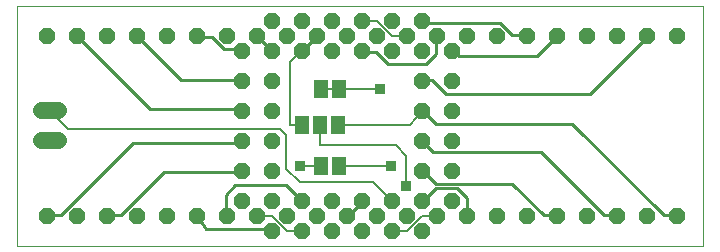
<source format=gbl>
G75*
%MOIN*%
%OFA0B0*%
%FSLAX25Y25*%
%IPPOS*%
%LPD*%
%AMOC8*
5,1,8,0,0,1.08239X$1,22.5*
%
%ADD10C,0.00000*%
%ADD11OC8,0.05200*%
%ADD12C,0.05600*%
%ADD13R,0.04600X0.06300*%
%ADD14C,0.00900*%
%ADD15C,0.00800*%
%ADD16C,0.00600*%
%ADD17R,0.03169X0.03169*%
D10*
X0001000Y0001300D02*
X0001000Y0081261D01*
X0229701Y0081261D01*
X0229701Y0001300D01*
X0001000Y0001300D01*
D11*
X0011000Y0011300D03*
X0021000Y0011300D03*
X0031000Y0011300D03*
X0041000Y0011300D03*
X0051000Y0011300D03*
X0061000Y0011300D03*
X0071000Y0011300D03*
X0081000Y0011300D03*
X0091000Y0011300D03*
X0101000Y0011300D03*
X0111000Y0011300D03*
X0121000Y0011300D03*
X0131000Y0011300D03*
X0141000Y0011300D03*
X0151000Y0011300D03*
X0161000Y0011300D03*
X0171000Y0011300D03*
X0181000Y0011300D03*
X0191000Y0011300D03*
X0201000Y0011300D03*
X0211000Y0011300D03*
X0221000Y0011300D03*
X0146000Y0016300D03*
X0136000Y0016300D03*
X0126000Y0016300D03*
X0116000Y0016300D03*
X0106000Y0016300D03*
X0096000Y0016300D03*
X0086000Y0016300D03*
X0076000Y0016300D03*
X0076000Y0026300D03*
X0086000Y0026300D03*
X0086000Y0036300D03*
X0076000Y0036300D03*
X0076000Y0046300D03*
X0086000Y0046300D03*
X0086000Y0056300D03*
X0076000Y0056300D03*
X0076000Y0066300D03*
X0086000Y0066300D03*
X0096000Y0066300D03*
X0106000Y0066300D03*
X0116000Y0066300D03*
X0126000Y0066300D03*
X0136000Y0066300D03*
X0146000Y0066300D03*
X0141000Y0071300D03*
X0151000Y0071300D03*
X0161000Y0071300D03*
X0171000Y0071300D03*
X0181000Y0071300D03*
X0191000Y0071300D03*
X0201000Y0071300D03*
X0211000Y0071300D03*
X0221000Y0071300D03*
X0146000Y0056300D03*
X0136000Y0056300D03*
X0136000Y0046300D03*
X0146000Y0046300D03*
X0146000Y0036300D03*
X0136000Y0036300D03*
X0136000Y0026300D03*
X0146000Y0026300D03*
X0136000Y0006300D03*
X0126000Y0006300D03*
X0116000Y0006300D03*
X0106000Y0006300D03*
X0096000Y0006300D03*
X0086000Y0006300D03*
X0081000Y0071300D03*
X0091000Y0071300D03*
X0101000Y0071300D03*
X0111000Y0071300D03*
X0121000Y0071300D03*
X0131000Y0071300D03*
X0126000Y0076300D03*
X0116000Y0076300D03*
X0106000Y0076300D03*
X0096000Y0076300D03*
X0086000Y0076300D03*
X0071000Y0071300D03*
X0061000Y0071300D03*
X0051000Y0071300D03*
X0041000Y0071300D03*
X0031000Y0071300D03*
X0021000Y0071300D03*
X0011000Y0071300D03*
X0136000Y0076300D03*
D12*
X0014512Y0046475D02*
X0008913Y0046475D01*
X0008913Y0036475D02*
X0014512Y0036475D01*
D13*
X0095825Y0041475D03*
X0101825Y0041475D03*
X0107825Y0041475D03*
X0108162Y0053712D03*
X0102162Y0053712D03*
X0102162Y0028125D03*
X0108162Y0028125D03*
D14*
X0095650Y0016500D02*
X0090537Y0021625D01*
X0073725Y0021625D01*
X0070525Y0018425D01*
X0070525Y0011700D01*
X0071000Y0011300D01*
X0064000Y0006900D02*
X0061250Y0010900D01*
X0061000Y0011300D01*
X0064000Y0006900D02*
X0085250Y0006900D01*
X0086000Y0006300D01*
X0111000Y0011300D02*
X0111650Y0011700D01*
X0115650Y0015700D01*
X0116000Y0016300D01*
X0136000Y0016300D02*
X0136450Y0016500D01*
X0140450Y0020500D01*
X0147650Y0020500D01*
X0150850Y0017300D01*
X0150850Y0011700D01*
X0151000Y0011300D01*
X0166050Y0022100D02*
X0176450Y0011700D01*
X0180450Y0011700D01*
X0181000Y0011300D01*
X0196450Y0011700D02*
X0175650Y0032500D01*
X0139650Y0032500D01*
X0136450Y0035700D01*
X0136000Y0036300D01*
X0140450Y0042100D02*
X0136450Y0046100D01*
X0136000Y0046300D01*
X0140450Y0042100D02*
X0186050Y0042100D01*
X0216450Y0011700D01*
X0220450Y0011700D01*
X0221000Y0011300D01*
X0201000Y0011300D02*
X0200450Y0011700D01*
X0196450Y0011700D01*
X0166050Y0022100D02*
X0140450Y0022100D01*
X0136450Y0026100D01*
X0136000Y0026300D01*
X0096000Y0016300D02*
X0095650Y0016500D01*
X0076000Y0026300D02*
X0075650Y0026100D01*
X0050050Y0026100D01*
X0035650Y0011700D01*
X0031650Y0011700D01*
X0031000Y0011300D01*
X0015650Y0011700D02*
X0039650Y0035700D01*
X0075650Y0035700D01*
X0076000Y0036300D01*
X0076000Y0046300D02*
X0075650Y0046900D01*
X0045250Y0046900D01*
X0021250Y0070900D01*
X0021000Y0071300D01*
X0041000Y0071300D02*
X0041250Y0070900D01*
X0055650Y0056500D01*
X0075650Y0056500D01*
X0076000Y0056300D01*
X0076000Y0066300D02*
X0075650Y0066900D01*
X0070050Y0066900D01*
X0066050Y0070900D01*
X0061250Y0070900D01*
X0061000Y0071300D01*
X0081000Y0071300D02*
X0081250Y0070900D01*
X0085250Y0066900D01*
X0086000Y0066300D01*
X0096000Y0066300D02*
X0096450Y0066900D01*
X0100450Y0070900D01*
X0101000Y0071300D01*
X0116000Y0066300D02*
X0116450Y0066100D01*
X0120450Y0066100D01*
X0124450Y0062100D01*
X0137250Y0062100D01*
X0140450Y0065300D01*
X0140450Y0070900D01*
X0141000Y0071300D01*
X0136450Y0075700D02*
X0136000Y0076300D01*
X0136450Y0075700D02*
X0162050Y0075700D01*
X0166050Y0071700D01*
X0170850Y0071700D01*
X0171000Y0071300D01*
X0174225Y0064675D02*
X0180450Y0070900D01*
X0181000Y0071300D01*
X0174225Y0064675D02*
X0148275Y0064675D01*
X0146000Y0066300D01*
X0139338Y0056500D02*
X0136450Y0056500D01*
X0136000Y0056300D01*
X0139338Y0056500D02*
X0143825Y0052087D01*
X0192037Y0052087D01*
X0210850Y0070900D01*
X0211000Y0071300D01*
X0015650Y0011700D02*
X0011650Y0011700D01*
X0011000Y0011300D01*
D15*
X0081000Y0011300D02*
X0086000Y0011300D01*
X0086000Y0016300D02*
X0086000Y0016750D01*
X0095150Y0022562D02*
X0119625Y0022562D01*
X0125887Y0016300D01*
X0126000Y0016300D01*
X0130750Y0021450D02*
X0130750Y0031462D01*
X0127412Y0034800D01*
X0101825Y0034800D01*
X0101825Y0041475D01*
X0107825Y0041475D02*
X0131925Y0041475D01*
X0136000Y0046300D01*
X0121850Y0053712D02*
X0108162Y0053712D01*
X0102162Y0053712D01*
X0091812Y0062612D02*
X0095500Y0066300D01*
X0096000Y0066300D01*
X0096262Y0066038D01*
X0091812Y0062612D02*
X0091812Y0041475D01*
X0095825Y0041475D01*
X0090700Y0038138D02*
X0088475Y0040363D01*
X0017825Y0040363D01*
X0011712Y0046475D01*
X0090700Y0038138D02*
X0090700Y0027012D01*
X0095150Y0022562D01*
X0095150Y0028125D02*
X0102162Y0028125D01*
X0108162Y0028125D02*
X0125625Y0028125D01*
X0136000Y0011300D02*
X0141000Y0011300D01*
X0131000Y0006300D02*
X0126000Y0006300D01*
X0096000Y0006300D02*
X0091000Y0006300D01*
X0126000Y0071300D02*
X0131000Y0071300D01*
X0121000Y0076300D02*
X0116000Y0076300D01*
D16*
X0121000Y0076300D02*
X0126000Y0071300D01*
X0136000Y0011300D02*
X0131000Y0006300D01*
X0091000Y0006300D02*
X0086000Y0011300D01*
D17*
X0130750Y0021450D03*
X0125625Y0028125D03*
X0095150Y0028125D03*
X0121850Y0053712D03*
M02*

</source>
